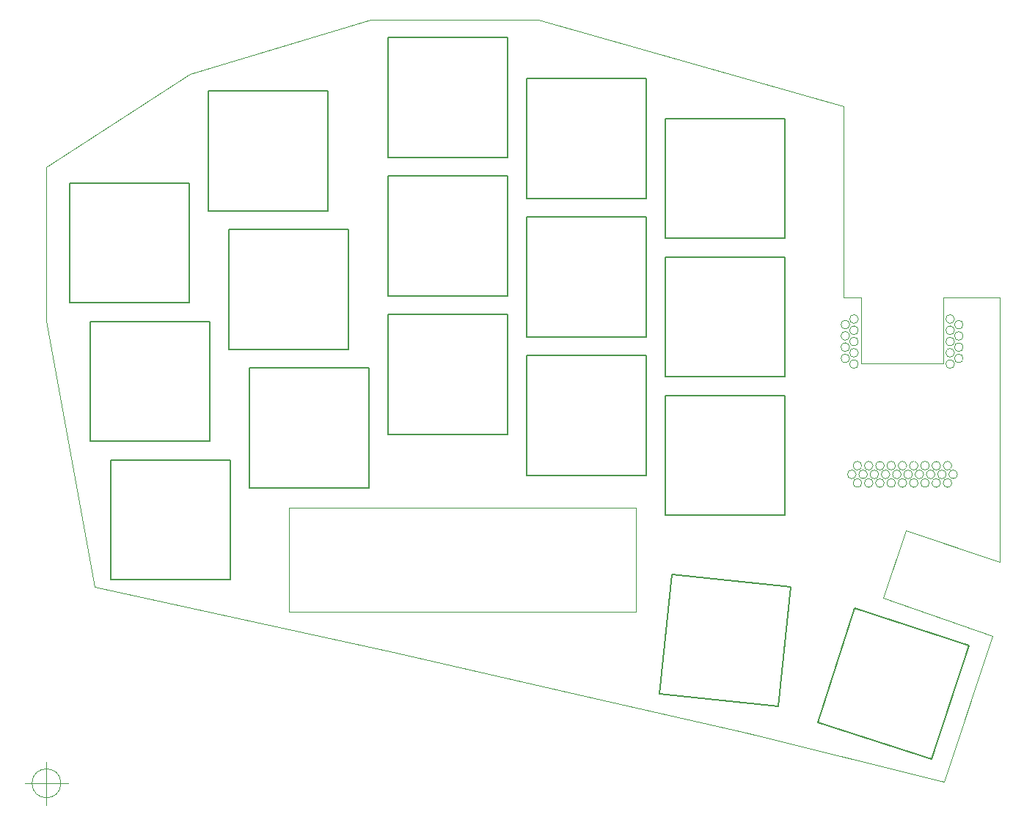
<source format=gm1>
%TF.GenerationSoftware,KiCad,Pcbnew,(6.0.8)*%
%TF.CreationDate,2022-10-28T13:13:37+09:00*%
%TF.ProjectId,selen-full_narrow_plate,73656c65-6e2d-4667-956c-6c5f6e617272,rev?*%
%TF.SameCoordinates,Original*%
%TF.FileFunction,Profile,NP*%
%FSLAX46Y46*%
G04 Gerber Fmt 4.6, Leading zero omitted, Abs format (unit mm)*
G04 Created by KiCad (PCBNEW (6.0.8)) date 2022-10-28 13:13:37*
%MOMM*%
%LPD*%
G01*
G04 APERTURE LIST*
%TA.AperFunction,Profile*%
%ADD10C,0.100000*%
%TD*%
%TA.AperFunction,Profile*%
%ADD11C,0.131185*%
%TD*%
G04 APERTURE END LIST*
D10*
X194700000Y-97900000D02*
G75*
G03*
X194700000Y-97900000I-500000J0D01*
G01*
X203900000Y-114900000D02*
G75*
G03*
X203900000Y-114900000I-500000J0D01*
G01*
D11*
X171259908Y-100186737D02*
X171259908Y-114025551D01*
D10*
X196100000Y-114900000D02*
G75*
G03*
X196100000Y-114900000I-500000J0D01*
G01*
D11*
X157421093Y-100186737D02*
X171259908Y-100186737D01*
X155260408Y-77263051D02*
X141421593Y-77263051D01*
X171259908Y-68186737D02*
X171259908Y-82025551D01*
D10*
X206800000Y-99850000D02*
G75*
G03*
X206800000Y-99850000I-500000J0D01*
G01*
D11*
X118497408Y-94090801D02*
X118497408Y-94090801D01*
X120879158Y-96251987D02*
X120879158Y-110090801D01*
X155260408Y-93263051D02*
X155260408Y-93263051D01*
X134497908Y-83454301D02*
X134497908Y-83454301D01*
D10*
X206800000Y-97250000D02*
G75*
G03*
X206800000Y-97250000I-500000J0D01*
G01*
D11*
X191005942Y-142555033D02*
X195282370Y-129393539D01*
X157421093Y-98025551D02*
X157421093Y-98025551D01*
X173420593Y-72790237D02*
X187259408Y-72790237D01*
X157421093Y-68186737D02*
X171259908Y-68186737D01*
D10*
X205200000Y-114900000D02*
G75*
G03*
X205200000Y-114900000I-500000J0D01*
G01*
X195700000Y-95950000D02*
G75*
G03*
X195700000Y-95950000I-500000J0D01*
G01*
D11*
X125421593Y-115454301D02*
X125421593Y-101615487D01*
X155260408Y-109263051D02*
X141421593Y-109263051D01*
X171259908Y-82025551D02*
X157421093Y-82025551D01*
X104658593Y-80251987D02*
X118497408Y-80251987D01*
X139260408Y-101615487D02*
X139260408Y-101615487D01*
X120879158Y-110090801D02*
X120879158Y-110090801D01*
X155260408Y-109263051D02*
X155260408Y-109263051D01*
D10*
X200000000Y-114900000D02*
G75*
G03*
X200000000Y-114900000I-500000J0D01*
G01*
D11*
X187259408Y-72790237D02*
X187259408Y-72790237D01*
D10*
X200000000Y-112900000D02*
G75*
G03*
X200000000Y-112900000I-500000J0D01*
G01*
X130000000Y-117800000D02*
X130000000Y-129800000D01*
D11*
X125421593Y-115454301D02*
X125421593Y-115454301D01*
X118497408Y-80251987D02*
X118497408Y-94090801D01*
X141421593Y-77263051D02*
X141421593Y-63424237D01*
X173420593Y-102629051D02*
X173420593Y-102629051D01*
D10*
X198050000Y-113900000D02*
G75*
G03*
X198050000Y-113900000I-500000J0D01*
G01*
D11*
X187259408Y-88790237D02*
X187259408Y-102629051D01*
D10*
X195700000Y-97250000D02*
G75*
G03*
X195700000Y-97250000I-500000J0D01*
G01*
D11*
X123040343Y-99454301D02*
X123040343Y-99454301D01*
X157421093Y-82025551D02*
X157421093Y-68186737D01*
D10*
X198700000Y-114900000D02*
G75*
G03*
X198700000Y-114900000I-500000J0D01*
G01*
D11*
X136879158Y-99454301D02*
X123040343Y-99454301D01*
X171259908Y-114025551D02*
X171259908Y-114025551D01*
D10*
X194700000Y-100500000D02*
G75*
G03*
X194700000Y-100500000I-500000J0D01*
G01*
D11*
X134497908Y-83454301D02*
X120659093Y-83454301D01*
D10*
X170000000Y-129800000D02*
X170000000Y-117800000D01*
X207150000Y-113900000D02*
G75*
G03*
X207150000Y-113900000I-500000J0D01*
G01*
X206800000Y-101150000D02*
G75*
G03*
X206800000Y-101150000I-500000J0D01*
G01*
D11*
X187259408Y-86629051D02*
X173420593Y-86629051D01*
X173420593Y-118629301D02*
X173420593Y-104790487D01*
D10*
X207800000Y-99200000D02*
G75*
G03*
X207800000Y-99200000I-500000J0D01*
G01*
D11*
X120659093Y-69615487D02*
X134497908Y-69615487D01*
D10*
X205200000Y-112900000D02*
G75*
G03*
X205200000Y-112900000I-500000J0D01*
G01*
D11*
X187259408Y-118629301D02*
X173420593Y-118629301D01*
D10*
X194700000Y-96600000D02*
G75*
G03*
X194700000Y-96600000I-500000J0D01*
G01*
D11*
X187259408Y-104790487D02*
X187259408Y-118629301D01*
X157421093Y-114025551D02*
X157421093Y-100186737D01*
D10*
X196100000Y-112900000D02*
G75*
G03*
X196100000Y-112900000I-500000J0D01*
G01*
D11*
X123260408Y-126090551D02*
X109421593Y-126090551D01*
X123260408Y-112251737D02*
X123260408Y-126090551D01*
D10*
X195450000Y-113900000D02*
G75*
G03*
X195450000Y-113900000I-500000J0D01*
G01*
D11*
X173420593Y-86629051D02*
X173420593Y-72790237D01*
X204167437Y-146831462D02*
X204167437Y-146831462D01*
X187259408Y-118629301D02*
X187259408Y-118629301D01*
X141421593Y-109263051D02*
X141421593Y-109263051D01*
D10*
X199350000Y-113900000D02*
G75*
G03*
X199350000Y-113900000I-500000J0D01*
G01*
D11*
X118497408Y-80251987D02*
X118497408Y-80251987D01*
X109421593Y-112251737D02*
X123260408Y-112251737D01*
D10*
X201300000Y-112900000D02*
G75*
G03*
X201300000Y-112900000I-500000J0D01*
G01*
X196750000Y-113900000D02*
G75*
G03*
X196750000Y-113900000I-500000J0D01*
G01*
D11*
X141421593Y-77263051D02*
X141421593Y-77263051D01*
X141421593Y-79424237D02*
X155260408Y-79424237D01*
X118497408Y-94090801D02*
X104658593Y-94090801D01*
X157421093Y-82025551D02*
X157421093Y-82025551D01*
X109421593Y-126090551D02*
X109421593Y-112251737D01*
X172735223Y-139254809D02*
X172735223Y-139254809D01*
X171259908Y-98025551D02*
X157421093Y-98025551D01*
X171259908Y-82025551D02*
X171259908Y-82025551D01*
D10*
X197400000Y-114900000D02*
G75*
G03*
X197400000Y-114900000I-500000J0D01*
G01*
D11*
X104658593Y-94090801D02*
X104658593Y-94090801D01*
D10*
X200650000Y-113900000D02*
G75*
G03*
X200650000Y-113900000I-500000J0D01*
G01*
D11*
X107040343Y-96251987D02*
X120879158Y-96251987D01*
X187259408Y-102629051D02*
X173420593Y-102629051D01*
D10*
X198700000Y-112900000D02*
G75*
G03*
X198700000Y-112900000I-500000J0D01*
G01*
D11*
X187259408Y-86629051D02*
X187259408Y-86629051D01*
D10*
X194700000Y-99200000D02*
G75*
G03*
X194700000Y-99200000I-500000J0D01*
G01*
X197400000Y-112900000D02*
G75*
G03*
X197400000Y-112900000I-500000J0D01*
G01*
D11*
X139260408Y-115454301D02*
X139260408Y-115454301D01*
X120879158Y-110090801D02*
X107040343Y-110090801D01*
X157421093Y-114025551D02*
X157421093Y-114025551D01*
D10*
X195700000Y-101150000D02*
G75*
G03*
X195700000Y-101150000I-500000J0D01*
G01*
D11*
X171259908Y-68186737D02*
X171259908Y-68186737D01*
X171259908Y-100186737D02*
X171259908Y-100186737D01*
X173420593Y-86629051D02*
X173420593Y-86629051D01*
X155260408Y-79424237D02*
X155260408Y-93263051D01*
D10*
X202600000Y-114900000D02*
G75*
G03*
X202600000Y-114900000I-500000J0D01*
G01*
D11*
X208443865Y-133669968D02*
X204167437Y-146831462D01*
X141421593Y-63424237D02*
X155260408Y-63424237D01*
X104658593Y-94090801D02*
X104658593Y-80251987D01*
X187259408Y-104790487D02*
X187259408Y-104790487D01*
D10*
X207800000Y-100500000D02*
G75*
G03*
X207800000Y-100500000I-500000J0D01*
G01*
D11*
X123260408Y-112251737D02*
X123260408Y-112251737D01*
X187944778Y-126938355D02*
X186498228Y-140701359D01*
X123040343Y-99454301D02*
X123040343Y-85615487D01*
D10*
X203900000Y-112900000D02*
G75*
G03*
X203900000Y-112900000I-500000J0D01*
G01*
D11*
X186498228Y-140701359D02*
X172735223Y-139254809D01*
X120659093Y-83454301D02*
X120659093Y-69615487D01*
X173420593Y-118629301D02*
X173420593Y-118629301D01*
X204167437Y-146831462D02*
X191005942Y-142555033D01*
X171259908Y-98025551D02*
X171259908Y-98025551D01*
D10*
X170000000Y-117800000D02*
X130000000Y-117800000D01*
X202600000Y-112900000D02*
G75*
G03*
X202600000Y-112900000I-500000J0D01*
G01*
D11*
X109421593Y-126090551D02*
X109421593Y-126090551D01*
D10*
X195700000Y-99850000D02*
G75*
G03*
X195700000Y-99850000I-500000J0D01*
G01*
D11*
X120879158Y-96251987D02*
X120879158Y-96251987D01*
X174181773Y-125491805D02*
X187944778Y-126938355D01*
D10*
X130000000Y-129800000D02*
X170000000Y-129800000D01*
X204550000Y-113900000D02*
G75*
G03*
X204550000Y-113900000I-500000J0D01*
G01*
D11*
X141421593Y-109263051D02*
X141421593Y-95424237D01*
X107040343Y-110090801D02*
X107040343Y-96251987D01*
X173420593Y-102629051D02*
X173420593Y-88790237D01*
D10*
X195700000Y-98550000D02*
G75*
G03*
X195700000Y-98550000I-500000J0D01*
G01*
D11*
X141421593Y-93263051D02*
X141421593Y-79424237D01*
X208443865Y-133669968D02*
X208443865Y-133669968D01*
X155260408Y-77263051D02*
X155260408Y-77263051D01*
X155260408Y-95424237D02*
X155260408Y-95424237D01*
X171259908Y-84186737D02*
X171259908Y-84186737D01*
D10*
X201950000Y-113900000D02*
G75*
G03*
X201950000Y-113900000I-500000J0D01*
G01*
D11*
X155260408Y-79424237D02*
X155260408Y-79424237D01*
D10*
X203250000Y-113900000D02*
G75*
G03*
X203250000Y-113900000I-500000J0D01*
G01*
X205850000Y-113900000D02*
G75*
G03*
X205850000Y-113900000I-500000J0D01*
G01*
D11*
X187259408Y-72790237D02*
X187259408Y-86629051D01*
X171259908Y-114025551D02*
X157421093Y-114025551D01*
X155260408Y-93263051D02*
X141421593Y-93263051D01*
X157421093Y-98025551D02*
X157421093Y-84186737D01*
X141421593Y-93263051D02*
X141421593Y-93263051D01*
X139260408Y-101615487D02*
X139260408Y-115454301D01*
D10*
X207800000Y-97900000D02*
G75*
G03*
X207800000Y-97900000I-500000J0D01*
G01*
D11*
X134497908Y-69615487D02*
X134497908Y-69615487D01*
D10*
X206500000Y-112900000D02*
G75*
G03*
X206500000Y-112900000I-500000J0D01*
G01*
D11*
X136879158Y-85615487D02*
X136879158Y-85615487D01*
X171259908Y-84186737D02*
X171259908Y-98025551D01*
X141421593Y-95424237D02*
X155260408Y-95424237D01*
X173420593Y-104790487D02*
X187259408Y-104790487D01*
X155260408Y-95424237D02*
X155260408Y-109263051D01*
X139260408Y-115454301D02*
X125421593Y-115454301D01*
X172735223Y-139254809D02*
X174181773Y-125491805D01*
X191005942Y-142555033D02*
X191005942Y-142555033D01*
X134497908Y-69615487D02*
X134497908Y-83454301D01*
X155260408Y-63424237D02*
X155260408Y-77263051D01*
X187259408Y-102629051D02*
X187259408Y-102629051D01*
D10*
X206800000Y-98550000D02*
G75*
G03*
X206800000Y-98550000I-500000J0D01*
G01*
D11*
X157421093Y-84186737D02*
X171259908Y-84186737D01*
D10*
X206500000Y-114900000D02*
G75*
G03*
X206500000Y-114900000I-500000J0D01*
G01*
X206800000Y-95950000D02*
G75*
G03*
X206800000Y-95950000I-500000J0D01*
G01*
D11*
X123260408Y-126090551D02*
X123260408Y-126090551D01*
X120659093Y-83454301D02*
X120659093Y-83454301D01*
X125421593Y-101615487D02*
X139260408Y-101615487D01*
X187944778Y-126938355D02*
X187944778Y-126938355D01*
X155260408Y-63424237D02*
X155260408Y-63424237D01*
D10*
X201300000Y-114900000D02*
G75*
G03*
X201300000Y-114900000I-500000J0D01*
G01*
X194000000Y-71400000D02*
X194000000Y-93471727D01*
X196000000Y-93471757D01*
X196000000Y-101100000D01*
X205500000Y-101100000D01*
X205500000Y-93471901D01*
X212000000Y-93472000D01*
X212000000Y-124000000D01*
X201200000Y-120400000D01*
X198600000Y-128200000D01*
X211200000Y-132600000D01*
X205600000Y-149400000D01*
X182750000Y-143750000D01*
X163800000Y-139400000D01*
X142000000Y-134400000D01*
X107567869Y-126873043D01*
X101950000Y-96200000D01*
X101950000Y-78400000D01*
X118600000Y-67600000D01*
X139400000Y-61400000D01*
X158800000Y-61400000D01*
X194000000Y-71400000D01*
D11*
X107040343Y-110090801D02*
X107040343Y-110090801D01*
X187259408Y-88790237D02*
X187259408Y-88790237D01*
X136879158Y-85615487D02*
X136879158Y-99454301D01*
X186498228Y-140701359D02*
X186498228Y-140701359D01*
X136879158Y-99454301D02*
X136879158Y-99454301D01*
X123040343Y-85615487D02*
X136879158Y-85615487D01*
X195282370Y-129393539D02*
X208443865Y-133669968D01*
X173420593Y-88790237D02*
X187259408Y-88790237D01*
D10*
X207800000Y-96600000D02*
G75*
G03*
X207800000Y-96600000I-500000J0D01*
G01*
X103666666Y-149600000D02*
G75*
G03*
X103666666Y-149600000I-1666666J0D01*
G01*
X99500000Y-149600000D02*
X104500000Y-149600000D01*
X102000000Y-147100000D02*
X102000000Y-152100000D01*
M02*

</source>
